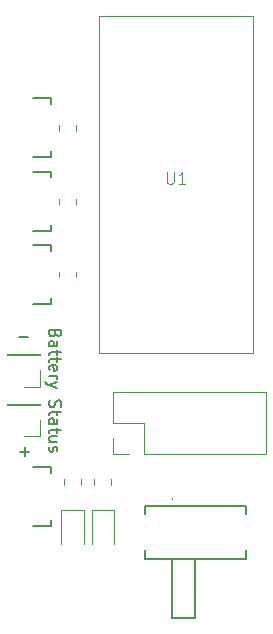
<source format=gbr>
%TF.GenerationSoftware,KiCad,Pcbnew,9.0.4*%
%TF.CreationDate,2025-09-28T00:50:50+02:00*%
%TF.ProjectId,BTM308-host-top,42544d33-3038-42d6-986f-73742d746f70,rev?*%
%TF.SameCoordinates,Original*%
%TF.FileFunction,Legend,Top*%
%TF.FilePolarity,Positive*%
%FSLAX46Y46*%
G04 Gerber Fmt 4.6, Leading zero omitted, Abs format (unit mm)*
G04 Created by KiCad (PCBNEW 9.0.4) date 2025-09-28 00:50:50*
%MOMM*%
%LPD*%
G01*
G04 APERTURE LIST*
%ADD10C,0.150000*%
%ADD11C,0.100000*%
%ADD12C,0.127000*%
%ADD13C,0.120000*%
%ADD14C,0.200000*%
G04 APERTURE END LIST*
D10*
X119403990Y-76190474D02*
X119356371Y-76333331D01*
X119356371Y-76333331D02*
X119308752Y-76380950D01*
X119308752Y-76380950D02*
X119213514Y-76428569D01*
X119213514Y-76428569D02*
X119070657Y-76428569D01*
X119070657Y-76428569D02*
X118975419Y-76380950D01*
X118975419Y-76380950D02*
X118927800Y-76333331D01*
X118927800Y-76333331D02*
X118880180Y-76238093D01*
X118880180Y-76238093D02*
X118880180Y-75857141D01*
X118880180Y-75857141D02*
X119880180Y-75857141D01*
X119880180Y-75857141D02*
X119880180Y-76190474D01*
X119880180Y-76190474D02*
X119832561Y-76285712D01*
X119832561Y-76285712D02*
X119784942Y-76333331D01*
X119784942Y-76333331D02*
X119689704Y-76380950D01*
X119689704Y-76380950D02*
X119594466Y-76380950D01*
X119594466Y-76380950D02*
X119499228Y-76333331D01*
X119499228Y-76333331D02*
X119451609Y-76285712D01*
X119451609Y-76285712D02*
X119403990Y-76190474D01*
X119403990Y-76190474D02*
X119403990Y-75857141D01*
X118880180Y-77285712D02*
X119403990Y-77285712D01*
X119403990Y-77285712D02*
X119499228Y-77238093D01*
X119499228Y-77238093D02*
X119546847Y-77142855D01*
X119546847Y-77142855D02*
X119546847Y-76952379D01*
X119546847Y-76952379D02*
X119499228Y-76857141D01*
X118927800Y-77285712D02*
X118880180Y-77190474D01*
X118880180Y-77190474D02*
X118880180Y-76952379D01*
X118880180Y-76952379D02*
X118927800Y-76857141D01*
X118927800Y-76857141D02*
X119023038Y-76809522D01*
X119023038Y-76809522D02*
X119118276Y-76809522D01*
X119118276Y-76809522D02*
X119213514Y-76857141D01*
X119213514Y-76857141D02*
X119261133Y-76952379D01*
X119261133Y-76952379D02*
X119261133Y-77190474D01*
X119261133Y-77190474D02*
X119308752Y-77285712D01*
X119546847Y-77619046D02*
X119546847Y-77999998D01*
X119880180Y-77761903D02*
X119023038Y-77761903D01*
X119023038Y-77761903D02*
X118927800Y-77809522D01*
X118927800Y-77809522D02*
X118880180Y-77904760D01*
X118880180Y-77904760D02*
X118880180Y-77999998D01*
X119546847Y-78190475D02*
X119546847Y-78571427D01*
X119880180Y-78333332D02*
X119023038Y-78333332D01*
X119023038Y-78333332D02*
X118927800Y-78380951D01*
X118927800Y-78380951D02*
X118880180Y-78476189D01*
X118880180Y-78476189D02*
X118880180Y-78571427D01*
X118927800Y-79285713D02*
X118880180Y-79190475D01*
X118880180Y-79190475D02*
X118880180Y-78999999D01*
X118880180Y-78999999D02*
X118927800Y-78904761D01*
X118927800Y-78904761D02*
X119023038Y-78857142D01*
X119023038Y-78857142D02*
X119403990Y-78857142D01*
X119403990Y-78857142D02*
X119499228Y-78904761D01*
X119499228Y-78904761D02*
X119546847Y-78999999D01*
X119546847Y-78999999D02*
X119546847Y-79190475D01*
X119546847Y-79190475D02*
X119499228Y-79285713D01*
X119499228Y-79285713D02*
X119403990Y-79333332D01*
X119403990Y-79333332D02*
X119308752Y-79333332D01*
X119308752Y-79333332D02*
X119213514Y-78857142D01*
X118880180Y-79761904D02*
X119546847Y-79761904D01*
X119356371Y-79761904D02*
X119451609Y-79809523D01*
X119451609Y-79809523D02*
X119499228Y-79857142D01*
X119499228Y-79857142D02*
X119546847Y-79952380D01*
X119546847Y-79952380D02*
X119546847Y-80047618D01*
X119546847Y-80285714D02*
X118880180Y-80523809D01*
X119546847Y-80761904D02*
X118880180Y-80523809D01*
X118880180Y-80523809D02*
X118642085Y-80428571D01*
X118642085Y-80428571D02*
X118594466Y-80380952D01*
X118594466Y-80380952D02*
X118546847Y-80285714D01*
X118927800Y-81857143D02*
X118880180Y-82000000D01*
X118880180Y-82000000D02*
X118880180Y-82238095D01*
X118880180Y-82238095D02*
X118927800Y-82333333D01*
X118927800Y-82333333D02*
X118975419Y-82380952D01*
X118975419Y-82380952D02*
X119070657Y-82428571D01*
X119070657Y-82428571D02*
X119165895Y-82428571D01*
X119165895Y-82428571D02*
X119261133Y-82380952D01*
X119261133Y-82380952D02*
X119308752Y-82333333D01*
X119308752Y-82333333D02*
X119356371Y-82238095D01*
X119356371Y-82238095D02*
X119403990Y-82047619D01*
X119403990Y-82047619D02*
X119451609Y-81952381D01*
X119451609Y-81952381D02*
X119499228Y-81904762D01*
X119499228Y-81904762D02*
X119594466Y-81857143D01*
X119594466Y-81857143D02*
X119689704Y-81857143D01*
X119689704Y-81857143D02*
X119784942Y-81904762D01*
X119784942Y-81904762D02*
X119832561Y-81952381D01*
X119832561Y-81952381D02*
X119880180Y-82047619D01*
X119880180Y-82047619D02*
X119880180Y-82285714D01*
X119880180Y-82285714D02*
X119832561Y-82428571D01*
X119546847Y-82714286D02*
X119546847Y-83095238D01*
X119880180Y-82857143D02*
X119023038Y-82857143D01*
X119023038Y-82857143D02*
X118927800Y-82904762D01*
X118927800Y-82904762D02*
X118880180Y-83000000D01*
X118880180Y-83000000D02*
X118880180Y-83095238D01*
X118880180Y-83857143D02*
X119403990Y-83857143D01*
X119403990Y-83857143D02*
X119499228Y-83809524D01*
X119499228Y-83809524D02*
X119546847Y-83714286D01*
X119546847Y-83714286D02*
X119546847Y-83523810D01*
X119546847Y-83523810D02*
X119499228Y-83428572D01*
X118927800Y-83857143D02*
X118880180Y-83761905D01*
X118880180Y-83761905D02*
X118880180Y-83523810D01*
X118880180Y-83523810D02*
X118927800Y-83428572D01*
X118927800Y-83428572D02*
X119023038Y-83380953D01*
X119023038Y-83380953D02*
X119118276Y-83380953D01*
X119118276Y-83380953D02*
X119213514Y-83428572D01*
X119213514Y-83428572D02*
X119261133Y-83523810D01*
X119261133Y-83523810D02*
X119261133Y-83761905D01*
X119261133Y-83761905D02*
X119308752Y-83857143D01*
X119546847Y-84190477D02*
X119546847Y-84571429D01*
X119880180Y-84333334D02*
X119023038Y-84333334D01*
X119023038Y-84333334D02*
X118927800Y-84380953D01*
X118927800Y-84380953D02*
X118880180Y-84476191D01*
X118880180Y-84476191D02*
X118880180Y-84571429D01*
X119546847Y-85333334D02*
X118880180Y-85333334D01*
X119546847Y-84904763D02*
X119023038Y-84904763D01*
X119023038Y-84904763D02*
X118927800Y-84952382D01*
X118927800Y-84952382D02*
X118880180Y-85047620D01*
X118880180Y-85047620D02*
X118880180Y-85190477D01*
X118880180Y-85190477D02*
X118927800Y-85285715D01*
X118927800Y-85285715D02*
X118975419Y-85333334D01*
X118927800Y-85761906D02*
X118880180Y-85857144D01*
X118880180Y-85857144D02*
X118880180Y-86047620D01*
X118880180Y-86047620D02*
X118927800Y-86142858D01*
X118927800Y-86142858D02*
X119023038Y-86190477D01*
X119023038Y-86190477D02*
X119070657Y-86190477D01*
X119070657Y-86190477D02*
X119165895Y-86142858D01*
X119165895Y-86142858D02*
X119213514Y-86047620D01*
X119213514Y-86047620D02*
X119213514Y-85904763D01*
X119213514Y-85904763D02*
X119261133Y-85809525D01*
X119261133Y-85809525D02*
X119356371Y-85761906D01*
X119356371Y-85761906D02*
X119403990Y-85761906D01*
X119403990Y-85761906D02*
X119499228Y-85809525D01*
X119499228Y-85809525D02*
X119546847Y-85904763D01*
X119546847Y-85904763D02*
X119546847Y-86047620D01*
X119546847Y-86047620D02*
X119499228Y-86142858D01*
X116336779Y-76488866D02*
X117098684Y-76488866D01*
X116436779Y-86188866D02*
X117198684Y-86188866D01*
X116817731Y-86569819D02*
X116817731Y-85807914D01*
D11*
X128838095Y-62507419D02*
X128838095Y-63316942D01*
X128838095Y-63316942D02*
X128885714Y-63412180D01*
X128885714Y-63412180D02*
X128933333Y-63459800D01*
X128933333Y-63459800D02*
X129028571Y-63507419D01*
X129028571Y-63507419D02*
X129219047Y-63507419D01*
X129219047Y-63507419D02*
X129314285Y-63459800D01*
X129314285Y-63459800D02*
X129361904Y-63412180D01*
X129361904Y-63412180D02*
X129409523Y-63316942D01*
X129409523Y-63316942D02*
X129409523Y-62507419D01*
X130409523Y-63507419D02*
X129838095Y-63507419D01*
X130123809Y-63507419D02*
X130123809Y-62507419D01*
X130123809Y-62507419D02*
X130028571Y-62650276D01*
X130028571Y-62650276D02*
X129933333Y-62745514D01*
X129933333Y-62745514D02*
X129838095Y-62793133D01*
D12*
%TO.C,SW6*%
X117500000Y-92517500D02*
X119000000Y-92517500D01*
X119000000Y-87517500D02*
X117500000Y-87517500D01*
X119000000Y-88017500D02*
X119000000Y-87517500D01*
X119000000Y-92517500D02*
X119000000Y-92017500D01*
%TO.C,U1*%
D11*
X123100000Y-49300000D02*
X136100000Y-49300000D01*
X136100000Y-77800000D01*
X123100000Y-77800000D01*
X123100000Y-49300000D01*
D13*
%TO.C,R2*%
X119715000Y-71427064D02*
X119715000Y-70972936D01*
X121185000Y-71427064D02*
X121185000Y-70972936D01*
%TO.C,J7*%
X115320000Y-78030000D02*
X115320000Y-77920000D01*
X118080000Y-77920000D02*
X115320000Y-77920000D01*
X118080000Y-78030000D02*
X115320000Y-78030000D01*
X118080000Y-78030000D02*
X118080000Y-77920000D01*
X118080000Y-79300000D02*
X118080000Y-80680000D01*
X118080000Y-80680000D02*
X116700000Y-80680000D01*
D12*
%TO.C,SW1*%
X117500000Y-67475000D02*
X119000000Y-67475000D01*
X119000000Y-62475000D02*
X117500000Y-62475000D01*
X119000000Y-62975000D02*
X119000000Y-62475000D01*
X119000000Y-67475000D02*
X119000000Y-66975000D01*
D13*
%TO.C,J6*%
X115320000Y-82230000D02*
X115320000Y-82120000D01*
X118080000Y-82120000D02*
X115320000Y-82120000D01*
X118080000Y-82230000D02*
X115320000Y-82230000D01*
X118080000Y-82230000D02*
X118080000Y-82120000D01*
X118080000Y-83500000D02*
X118080000Y-84880000D01*
X118080000Y-84880000D02*
X116700000Y-84880000D01*
%TO.C,R5*%
X120111667Y-88522936D02*
X120111667Y-88977064D01*
X121581667Y-88522936D02*
X121581667Y-88977064D01*
%TO.C,R1*%
X119715000Y-65227064D02*
X119715000Y-64772936D01*
X121185000Y-65227064D02*
X121185000Y-64772936D01*
D12*
%TO.C,SW2*%
X117500000Y-73700000D02*
X119000000Y-73700000D01*
X119000000Y-68700000D02*
X117500000Y-68700000D01*
X119000000Y-69200000D02*
X119000000Y-68700000D01*
X119000000Y-73700000D02*
X119000000Y-73200000D01*
D13*
%TO.C,R4*%
X122678333Y-88522936D02*
X122678333Y-88977064D01*
X124148333Y-88522936D02*
X124148333Y-88977064D01*
%TO.C,D2*%
X122468333Y-91140000D02*
X122468333Y-94000000D01*
X124388333Y-91140000D02*
X122468333Y-91140000D01*
X124388333Y-94000000D02*
X124388333Y-91140000D01*
D12*
%TO.C,SW3*%
X117500000Y-61250000D02*
X119000000Y-61250000D01*
X119000000Y-56250000D02*
X117500000Y-56250000D01*
X119000000Y-56750000D02*
X119000000Y-56250000D01*
X119000000Y-61250000D02*
X119000000Y-60750000D01*
D13*
%TO.C,R3*%
X119715000Y-59027064D02*
X119715000Y-58572936D01*
X121185000Y-59027064D02*
X121185000Y-58572936D01*
%TO.C,J5*%
X124290000Y-81105000D02*
X137210000Y-81105000D01*
X124290000Y-83755000D02*
X124290000Y-81105000D01*
X124290000Y-86405000D02*
X124290000Y-85025000D01*
X125670000Y-86405000D02*
X124290000Y-86405000D01*
X126940000Y-83755000D02*
X124290000Y-83755000D01*
X126940000Y-86405000D02*
X126940000Y-83755000D01*
X126940000Y-86405000D02*
X137210000Y-86405000D01*
X137210000Y-86405000D02*
X137210000Y-81105000D01*
D14*
%TO.C,SW4*%
X126950000Y-90750000D02*
X135550000Y-90750000D01*
X126950000Y-91500000D02*
X126950000Y-90750000D01*
X126950000Y-95250000D02*
X126950000Y-94500000D01*
D11*
X129250000Y-90100000D02*
X129250000Y-90100000D01*
X129250000Y-90200000D02*
X129250000Y-90200000D01*
D14*
X129250000Y-95250000D02*
X129250000Y-100250000D01*
X129250000Y-100250000D02*
X131250000Y-100250000D01*
X131250000Y-100250000D02*
X131250000Y-95250000D01*
X135550000Y-90750000D02*
X135550000Y-91500000D01*
X135550000Y-94500000D02*
X135550000Y-95250000D01*
X135550000Y-95250000D02*
X126950000Y-95250000D01*
D11*
X129250000Y-90100000D02*
G75*
G02*
X129250000Y-90200000I0J-50000D01*
G01*
X129250000Y-90200000D02*
G75*
G02*
X129250000Y-90100000I0J50000D01*
G01*
D13*
%TO.C,D1*%
X119871667Y-91140000D02*
X119871667Y-94000000D01*
X121791667Y-91140000D02*
X119871667Y-91140000D01*
X121791667Y-94000000D02*
X121791667Y-91140000D01*
%TD*%
M02*

</source>
